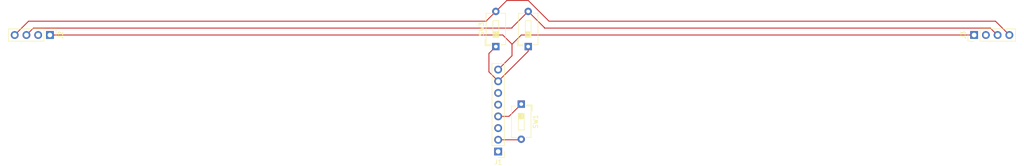
<source format=kicad_pcb>
(kicad_pcb (version 20240108) (generator "pcbnew") (generator_version "8.0")
  (layers (0 "F.Cu" signal) (31 "B.Cu" signal) (34 "B.Paste" user) (35 "F.Paste" user) (36 "B.SilkS" user "B.Silkscreen") (37 "F.SilkS" user "F.Silkscreen") (38 "B.Mask" user) (39 "F.Mask" user) (44 "Edge.Cuts" user))
  (net 0 "")
  (net 1 "/5V")
  (net 2 "/EN")
  (net 5 "/GND")
  (net 6 "/Bat")
  (net 7 "/LED-B")
  (net 9 "/LED-R")
  (footprint "Button_Switch_THT:SW_DIP_SPSTx01_Slide_6.7x4.1mm_W7.62mm_P2.54mm_LowProfile" (layer "F.Cu") (at 146.5 41 90)
    (property "Reference" "SW3" (at 3.81 -3.11 270) (layer "F.SilkS"))
    (property "Value" "SW_SPST" (hide yes))
    (fp_line (start 0.16 -2.35) (end 1.543 -2.35) (stroke (width 0.12)) (layer "F.SilkS"))
    (fp_line (start 0.16 -2.35) (end 0.16 -1.04) (stroke (width 0.12)) (layer "F.SilkS"))
    (fp_line (start 7.221 -2.11) (end 7.221 -0.99) (stroke (width 0.12)) (layer "F.SilkS"))
    (fp_line (start 0.4 -2.11) (end 7.221 -2.11) (stroke (width 0.12)) (layer "F.SilkS"))
    (fp_line (start 0.4 -2.11) (end 0.4 -1.04) (stroke (width 0.12)) (layer "F.SilkS"))
    (fp_line (start 5.62 -0.635) (end 2 -0.635) (stroke (width 0.12)) (layer "F.SilkS"))
    (fp_line (start 3.206667 -0.635) (end 3.206667 0.635) (stroke (width 0.12)) (layer "F.SilkS"))
    (fp_line (start 2 -0.635) (end 2 0.635) (stroke (width 0.12)) (layer "F.SilkS"))
    (fp_line (start 2 -0.515) (end 3.206667 -0.515) (stroke (width 0.12)) (layer "F.SilkS"))
    (fp_line (start 2 -0.395) (end 3.206667 -0.395) (stroke (width 0.12)) (layer "F.SilkS"))
    (fp_line (start 2 -0.275) (end 3.206667 -0.275) (stroke (width 0.12)) (layer "F.SilkS"))
    (fp_line (start 2 -0.155) (end 3.206667 -0.155) (stroke (width 0.12)) (layer "F.SilkS"))
    (fp_line (start 2 -0.035) (end 3.206667 -0.035) (stroke (width 0.12)) (layer "F.SilkS"))
    (fp_line (start 2 0.085) (end 3.206667 0.085) (stroke (width 0.12)) (layer "F.SilkS"))
    (fp_line (start 2 0.205) (end 3.206667 0.205) (stroke (width 0.12)) (layer "F.SilkS"))
    (fp_line (start 2 0.325) (end 3.206667 0.325) (stroke (width 0.12)) (layer "F.SilkS"))
    (fp_line (start 2 0.445) (end 3.206667 0.445) (stroke (width 0.12)) (layer "F.SilkS"))
    (fp_line (start 2 0.565) (end 3.206667 0.565) (stroke (width 0.12)) (layer "F.SilkS"))
    (fp_line (start 5.62 0.635) (end 5.62 -0.635) (stroke (width 0.12)) (layer "F.SilkS"))
    (fp_line (start 2 0.635) (end 5.62 0.635) (stroke (width 0.12)) (layer "F.SilkS"))
    (fp_line (start 7.221 0.99) (end 7.221 2.11) (stroke (width 0.12)) (layer "F.SilkS"))
    (fp_line (start 0.4 1.04) (end 0.4 2.11) (stroke (width 0.12)) (layer "F.SilkS"))
    (fp_line (start 0.4 2.11) (end 7.221 2.11) (stroke (width 0.12)) (layer "F.SilkS"))
    (pad "1" thru_hole rect (at 0 0 90) (size 1.6 1.6) (drill 0.8) (layers "*.Cu" "*.Mask") (net 5 "/GND"))
    (pad "2" thru_hole oval (at 7.62 0 90) (size 1.6 1.6) (drill 0.8) (layers "*.Cu" "*.Mask") (net 7 "/LED-B"))
  )
  (footprint "Connector_PinHeader_2.54mm:PinHeader_1x08_P2.54mm_Vertical" (layer "F.Cu") (at 147 63.78 180)
    (property "Reference" "J1" (at 0 -2.33 180) (layer "F.SilkS"))
    (property "Value" "Conn_01x08")
    (fp_line (start 1.33 1.27) (end 1.33 19.11) (stroke (width 0.12)) (layer "F.SilkS"))
    (fp_line (start -1.33 19.11) (end 1.33 19.11) (stroke (width 0.12)) (layer "F.SilkS"))
    (fp_line (start -1.33 1.27) (end 1.33 1.27) (stroke (width 0.12)) (layer "F.SilkS"))
    (fp_line (start -1.33 1.27) (end -1.33 19.11) (stroke (width 0.12)) (layer "F.SilkS"))
    (fp_line (start -1.33 0) (end -1.33 -1.33) (stroke (width 0.12)) (layer "F.SilkS"))
    (fp_line (start -1.33 -1.33) (end 0 -1.33) (stroke (width 0.12)) (layer "F.SilkS"))
    (pad "1" thru_hole rect (at 0 0 180) (size 1.7 1.7) (drill 1) (layers "*.Cu" "*.Mask"))
    (pad "2" thru_hole oval (at 0 2.54 180) (size 1.7 1.7) (drill 1) (layers "*.Cu" "*.Mask") (net 5 "/GND"))
    (pad "3" thru_hole oval (at 0 5.08 180) (size 1.7 1.7) (drill 1) (layers "*.Cu" "*.Mask") (net 6 "/Bat"))
    (pad "4" thru_hole oval (at 0 7.62 180) (size 1.7 1.7) (drill 1) (layers "*.Cu" "*.Mask") (net 2 "/EN"))
    (pad "5" thru_hole oval (at 0 10.16 180) (size 1.7 1.7) (drill 1) (layers "*.Cu" "*.Mask") (net 5 "/GND"))
    (pad "6" thru_hole oval (at 0 12.7 180) (size 1.7 1.7) (drill 1) (layers "*.Cu" "*.Mask"))
    (pad "7" thru_hole oval (at 0 15.24 180) (size 1.7 1.7) (drill 1) (layers "*.Cu" "*.Mask") (net 5 "/GND"))
    (pad "8" thru_hole oval (at 0 17.78 180) (size 1.7 1.7) (drill 1) (layers "*.Cu" "*.Mask") (net 1 "/5V"))
  )
  (footprint "Connector_PinHeader_2.54mm:PinHeader_1x04_P2.54mm_Vertical" (layer "F.Cu") (at 50 38.5 -90)
    (property "Reference" "J2" (at 0 -2.33 90) (layer "F.SilkS"))
    (property "Value" "Conn_01x04")
    (fp_line (start -1.33 8.95) (end 1.33 8.95) (stroke (width 0.12)) (layer "F.SilkS"))
    (fp_line (start -1.33 1.27) (end -1.33 8.95) (stroke (width 0.12)) (layer "F.SilkS"))
    (fp_line (start -1.33 1.27) (end 1.33 1.27) (stroke (width 0.12)) (layer "F.SilkS"))
    (fp_line (start 1.33 1.27) (end 1.33 8.95) (stroke (width 0.12)) (layer "F.SilkS"))
    (fp_line (start -1.33 0) (end -1.33 -1.33) (stroke (width 0.12)) (layer "F.SilkS"))
    (fp_line (start -1.33 -1.33) (end 0 -1.33) (stroke (width 0.12)) (layer "F.SilkS"))
    (pad "1" thru_hole rect (at 0 0 270) (size 1.7 1.7) (drill 1) (layers "*.Cu" "*.Mask") (net 1 "/5V"))
    (pad "2" thru_hole oval (at 0 2.54 270) (size 1.7 1.7) (drill 1) (layers "*.Cu" "*.Mask"))
    (pad "3" thru_hole oval (at 0 5.08 270) (size 1.7 1.7) (drill 1) (layers "*.Cu" "*.Mask") (net 9 "/LED-R"))
    (pad "4" thru_hole oval (at 0 7.62 270) (size 1.7 1.7) (drill 1) (layers "*.Cu" "*.Mask") (net 7 "/LED-B"))
  )
  (footprint "Button_Switch_THT:SW_DIP_SPSTx01_Slide_6.7x4.1mm_W7.62mm_P2.54mm_LowProfile" (layer "F.Cu") (at 152 53.5 -90)
    (property "Reference" "SW1" (at 3.81 -3.11 90) (layer "F.SilkS"))
    (property "Value" "SW_SPST")
    (fp_line (start 0.4 2.11) (end 7.221 2.11) (stroke (width 0.12)) (layer "F.SilkS"))
    (fp_line (start 0.4 1.04) (end 0.4 2.11) (stroke (width 0.12)) (layer "F.SilkS"))
    (fp_line (start 7.221 0.99) (end 7.221 2.11) (stroke (width 0.12)) (layer "F.SilkS"))
    (fp_line (start 2 0.635) (end 5.62 0.635) (stroke (width 0.12)) (layer "F.SilkS"))
    (fp_line (start 5.62 0.635) (end 5.62 -0.635) (stroke (width 0.12)) (layer "F.SilkS"))
    (fp_line (start 2 0.565) (end 3.206667 0.565) (stroke (width 0.12)) (layer "F.SilkS"))
    (fp_line (start 2 0.445) (end 3.206667 0.445) (stroke (width 0.12)) (layer "F.SilkS"))
    (fp_line (start 2 0.325) (end 3.206667 0.325) (stroke (width 0.12)) (layer "F.SilkS"))
    (fp_line (start 2 0.205) (end 3.206667 0.205) (stroke (width 0.12)) (layer "F.SilkS"))
    (fp_line (start 2 0.085) (end 3.206667 0.085) (stroke (width 0.12)) (layer "F.SilkS"))
    (fp_line (start 2 -0.035) (end 3.206667 -0.035) (stroke (width 0.12)) (layer "F.SilkS"))
    (fp_line (start 2 -0.155) (end 3.206667 -0.155) (stroke (width 0.12)) (layer "F.SilkS"))
    (fp_line (start 2 -0.275) (end 3.206667 -0.275) (stroke (width 0.12)) (layer "F.SilkS"))
    (fp_line (start 2 -0.395) (end 3.206667 -0.395) (stroke (width 0.12)) (layer "F.SilkS"))
    (fp_line (start 2 -0.515) (end 3.206667 -0.515) (stroke (width 0.12)) (layer "F.SilkS"))
    (fp_line (start 2 -0.635) (end 2 0.635) (stroke (width 0.12)) (layer "F.SilkS"))
    (fp_line (start 3.206667 -0.635) (end 3.206667 0.635) (stroke (width 0.12)) (layer "F.SilkS"))
    (fp_line (start 5.62 -0.635) (end 2 -0.635) (stroke (width 0.12)) (layer "F.SilkS"))
    (fp_line (start 0.4 -2.11) (end 0.4 -1.04) (stroke (width 0.12)) (layer "F.SilkS"))
    (fp_line (start 0.4 -2.11) (end 7.221 -2.11) (stroke (width 0.12)) (layer "F.SilkS"))
    (fp_line (start 7.221 -2.11) (end 7.221 -0.99) (stroke (width 0.12)) (layer "F.SilkS"))
    (fp_line (start 0.16 -2.35) (end 0.16 -1.04) (stroke (width 0.12)) (layer "F.SilkS"))
    (fp_line (start 0.16 -2.35) (end 1.543 -2.35) (stroke (width 0.12)) (layer "F.SilkS"))
    (pad "1" thru_hole rect (at 0 0 270) (size 1.6 1.6) (drill 0.8) (layers "*.Cu" "*.Mask") (net 2 "/EN"))
    (pad "2" thru_hole oval (at 7.62 0 270) (size 1.6 1.6) (drill 0.8) (layers "*.Cu" "*.Mask") (net 5 "/GND"))
  )
  (footprint "Button_Switch_THT:SW_DIP_SPSTx01_Slide_6.7x4.1mm_W7.62mm_P2.54mm_LowProfile" (layer "F.Cu") (at 153.5 41 90)
    (property "Reference" "SW2" (hide yes))
    (property "Value" "SW_SPST")
    (fp_line (start 0.16 -2.35) (end 1.543 -2.35) (stroke (width 0.12)) (layer "F.SilkS"))
    (fp_line (start 0.16 -2.35) (end 0.16 -1.04) (stroke (width 0.12)) (layer "F.SilkS"))
    (fp_line (start 7.221 -2.11) (end 7.221 -0.99) (stroke (width 0.12)) (layer "F.SilkS"))
    (fp_line (start 0.4 -2.11) (end 7.221 -2.11) (stroke (width 0.12)) (layer "F.SilkS"))
    (fp_line (start 0.4 -2.11) (end 0.4 -1.04) (stroke (width 0.12)) (layer "F.SilkS"))
    (fp_line (start 5.62 -0.635) (end 2 -0.635) (stroke (width 0.12)) (layer "F.SilkS"))
    (fp_line (start 3.206667 -0.635) (end 3.206667 0.635) (stroke (width 0.12)) (layer "F.SilkS"))
    (fp_line (start 2 -0.635) (end 2 0.635) (stroke (width 0.12)) (layer "F.SilkS"))
    (fp_line (start 2 -0.515) (end 3.206667 -0.515) (stroke (width 0.12)) (layer "F.SilkS"))
    (fp_line (start 2 -0.395) (end 3.206667 -0.395) (stroke (width 0.12)) (layer "F.SilkS"))
    (fp_line (start 2 -0.275) (end 3.206667 -0.275) (stroke (width 0.12)) (layer "F.SilkS"))
    (fp_line (start 2 -0.155) (end 3.206667 -0.155) (stroke (width 0.12)) (layer "F.SilkS"))
    (fp_line (start 2 -0.035) (end 3.206667 -0.035) (stroke (width 0.12)) (layer "F.SilkS"))
    (fp_line (start 2 0.085) (end 3.206667 0.085) (stroke (width 0.12)) (layer "F.SilkS"))
    (fp_line (start 2 0.205) (end 3.206667 0.205) (stroke (width 0.12)) (layer "F.SilkS"))
    (fp_line (start 2 0.325) (end 3.206667 0.325) (stroke (width 0.12)) (layer "F.SilkS"))
    (fp_line (start 2 0.445) (end 3.206667 0.445) (stroke (width 0.12)) (layer "F.SilkS"))
    (fp_line (start 2 0.565) (end 3.206667 0.565) (stroke (width 0.12)) (layer "F.SilkS"))
    (fp_line (start 5.62 0.635) (end 5.62 -0.635) (stroke (width 0.12)) (layer "F.SilkS"))
    (fp_line (start 2 0.635) (end 5.62 0.635) (stroke (width 0.12)) (layer "F.SilkS"))
    (fp_line (start 7.221 0.99) (end 7.221 2.11) (stroke (width 0.12)) (layer "F.SilkS"))
    (fp_line (start 0.4 1.04) (end 0.4 2.11) (stroke (width 0.12)) (layer "F.SilkS"))
    (fp_line (start 0.4 2.11) (end 7.221 2.11) (stroke (width 0.12)) (layer "F.SilkS"))
    (pad "1" thru_hole rect (at 0 0 90) (size 1.6 1.6) (drill 0.8) (layers "*.Cu" "*.Mask") (net 5 "/GND"))
    (pad "2" thru_hole oval (at 7.62 0 90) (size 1.6 1.6) (drill 0.8) (layers "*.Cu" "*.Mask") (net 9 "/LED-R"))
  )
  (footprint "Connector_PinHeader_2.54mm:PinHeader_1x04_P2.54mm_Vertical" (layer "F.Cu") (at 250 38.5 90)
    (property "Reference" "J3" (at 0 -2.33 270) (layer "F.SilkS"))
    (property "Value" "Conn_01x04")
    (fp_line (start -1.33 -1.33) (end 0 -1.33) (stroke (width 0.12)) (layer "F.SilkS"))
    (fp_line (start -1.33 0) (end -1.33 -1.33) (stroke (width 0.12)) (layer "F.SilkS"))
    (fp_line (start 1.33 1.27) (end 1.33 8.95) (stroke (width 0.12)) (layer "F.SilkS"))
    (fp_line (start -1.33 1.27) (end 1.33 1.27) (stroke (width 0.12)) (layer "F.SilkS"))
    (fp_line (start -1.33 1.27) (end -1.33 8.95) (stroke (width 0.12)) (layer "F.SilkS"))
    (fp_line (start -1.33 8.95) (end 1.33 8.95) (stroke (width 0.12)) (layer "F.SilkS"))
    (pad "1" thru_hole rect (at 0 0 90) (size 1.7 1.7) (drill 1) (layers "*.Cu" "*.Mask") (net 1 "/5V"))
    (pad "2" thru_hole oval (at 0 2.54 90) (size 1.7 1.7) (drill 1) (layers "*.Cu" "*.Mask"))
    (pad "3" thru_hole oval (at 0 5.08 90) (size 1.7 1.7) (drill 1) (layers "*.Cu" "*.Mask") (net 9 "/LED-R"))
    (pad "4" thru_hole oval (at 0 7.62 90) (size 1.7 1.7) (drill 1) (layers "*.Cu" "*.Mask") (net 7 "/LED-B"))
  )
  (segment (start 50 38.5) (end 148 38.5) (width 0.2) (layer "F.Cu") (net 1))
  (segment (start 150 43) (end 150 40.5) (width 0.2) (layer "F.Cu") (net 1))
  (segment (start 250 38.5) (end 152 38.5) (width 0.2) (layer "F.Cu") (net 1))
  (segment (start 152 38.5) (end 150 40.5) (width 0.2) (layer "F.Cu") (net 1))
  (segment (start 148 38.5) (end 150 40.5) (width 0.2) (layer "F.Cu") (net 1))
  (segment (start 147 46) (end 150 43) (width 0.2) (layer "F.Cu") (net 1))
  (segment (start 152 53.5) (end 149.34 56.16) (width 0.2) (layer "F.Cu") (net 2))
  (segment (start 149.34 56.16) (end 147 56.16) (width 0.2) (layer "F.Cu") (net 2))
  (segment (start 146.5 41) (end 145 42.5) (width 0.2) (layer "F.Cu") (net 5))
  (segment (start 147 48.54) (end 147 48.5) (width 0.2) (layer "F.Cu") (net 5))
  (segment (start 147 48.54) (end 153.5 42.04) (width 0.2) (layer "F.Cu") (net 5))
  (segment (start 147 48.5) (end 145 46.5) (width 0.2) (layer "F.Cu") (net 5))
  (segment (start 153.5 42.04) (end 153.5 41) (width 0.2) (layer "F.Cu") (net 5))
  (segment (start 147 61.24) (end 151.88 61.24) (width 0.2) (layer "F.Cu") (net 5))
  (segment (start 145 42.5) (end 145 46.5) (width 0.2) (layer "F.Cu") (net 5))
  (segment (start 151.88 61.24) (end 152 61.12) (width 0.2) (layer "F.Cu") (net 5))
  (segment (start 45.38 35.5) (end 144.5 35.5) (width 0.2) (layer "F.Cu") (net 7))
  (segment (start 257.62 38.5) (end 254.62 35.5) (width 0.2) (layer "F.Cu") (net 7))
  (segment (start 254.62 35.5) (end 158 35.5) (width 0.2) (layer "F.Cu") (net 7))
  (segment (start 148.88 31) (end 146.5 33.38) (width 0.2) (layer "F.Cu") (net 7))
  (segment (start 144.5 35.5) (end 144.5 35.38) (width 0.2) (layer "F.Cu") (net 7))
  (segment (start 42.38 38.5) (end 45.38 35.5) (width 0.2) (layer "F.Cu") (net 7))
  (segment (start 158 35.5) (end 153.5 31) (width 0.2) (layer "F.Cu") (net 7))
  (segment (start 144.5 35.38) (end 146.5 33.38) (width 0.2) (layer "F.Cu") (net 7))
  (segment (start 153.5 31) (end 148.88 31) (width 0.2) (layer "F.Cu") (net 7))
  (segment (start 255.08 38.5) (end 255 38.5) (width 0.2) (layer "F.Cu") (net 9))
  (segment (start 46.42 37) (end 150 37) (width 0.2) (layer "F.Cu") (net 9))
  (segment (start 157 37) (end 157 36.88) (width 0.2) (layer "F.Cu") (net 9))
  (segment (start 157 36.88) (end 153.5 33.38) (width 0.2) (layer "F.Cu") (net 9))
  (segment (start 150 37) (end 150 36.88) (width 0.2) (layer "F.Cu") (net 9))
  (segment (start 44.92 38.5) (end 46.42 37) (width 0.2) (layer "F.Cu") (net 9))
  (segment (start 150 36.88) (end 153.5 33.38) (width 0.2) (layer "F.Cu") (net 9))
  (segment (start 255 38.5) (end 253.5 37) (width 0.2) (layer "F.Cu") (net 9))
  (segment (start 253.5 37) (end 157 37) (width 0.2) (layer "F.Cu") (net 9))
)
</source>
